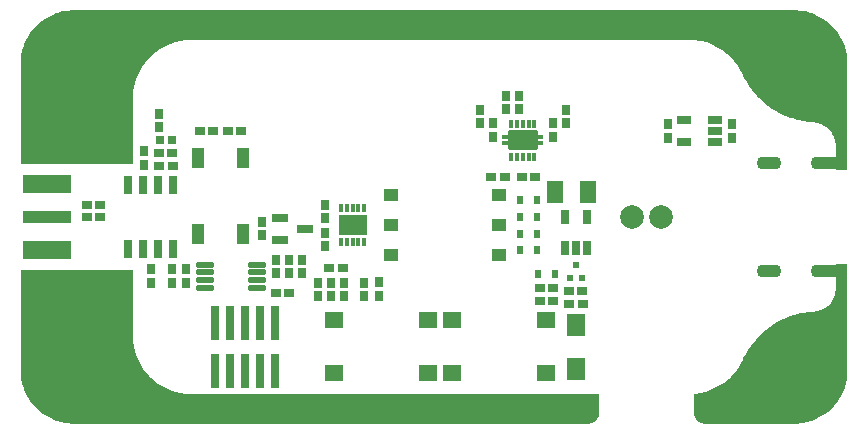
<source format=gbr>
%TF.GenerationSoftware,Altium Limited,Altium Designer,25.2.1 (25)*%
G04 Layer_Color=8388736*
%FSLAX45Y45*%
%MOMM*%
%TF.SameCoordinates,2968D444-F816-4350-AB46-43E4CE3DDFF8*%
%TF.FilePolarity,Negative*%
%TF.FileFunction,Soldermask,Top*%
%TF.Part,Single*%
G01*
G75*
%TA.AperFunction,NonConductor*%
%ADD62R,2.10000X1.00000*%
%TA.AperFunction,SMDPad,CuDef*%
G04:AMPARAMS|DCode=63|XSize=0.74mm|YSize=1.24mm|CornerRadius=0.121mm|HoleSize=0mm|Usage=FLASHONLY|Rotation=270.000|XOffset=0mm|YOffset=0mm|HoleType=Round|Shape=RoundedRectangle|*
%AMROUNDEDRECTD63*
21,1,0.74000,0.99800,0,0,270.0*
21,1,0.49800,1.24000,0,0,270.0*
1,1,0.24200,-0.49900,-0.24900*
1,1,0.24200,-0.49900,0.24900*
1,1,0.24200,0.49900,0.24900*
1,1,0.24200,0.49900,-0.24900*
%
%ADD63ROUNDEDRECTD63*%
%ADD64R,0.70000X0.95000*%
%ADD65R,0.75000X0.90000*%
%ADD66R,0.67000X0.74000*%
%ADD67R,0.90000X0.75000*%
%ADD68R,0.70000X1.55000*%
G04:AMPARAMS|DCode=69|XSize=0.55mm|YSize=1.5mm|CornerRadius=0.1625mm|HoleSize=0mm|Usage=FLASHONLY|Rotation=270.000|XOffset=0mm|YOffset=0mm|HoleType=Round|Shape=RoundedRectangle|*
%AMROUNDEDRECTD69*
21,1,0.55000,1.17500,0,0,270.0*
21,1,0.22500,1.50000,0,0,270.0*
1,1,0.32500,-0.58750,-0.11250*
1,1,0.32500,-0.58750,0.11250*
1,1,0.32500,0.58750,0.11250*
1,1,0.32500,0.58750,-0.11250*
%
%ADD69ROUNDEDRECTD69*%
%ADD70R,1.45000X0.75000*%
G04:AMPARAMS|DCode=71|XSize=0.7mm|YSize=0.35mm|CornerRadius=0.1mm|HoleSize=0mm|Usage=FLASHONLY|Rotation=0.000|XOffset=0mm|YOffset=0mm|HoleType=Round|Shape=RoundedRectangle|*
%AMROUNDEDRECTD71*
21,1,0.70000,0.15000,0,0,0.0*
21,1,0.50000,0.35000,0,0,0.0*
1,1,0.20000,0.25000,-0.07500*
1,1,0.20000,-0.25000,-0.07500*
1,1,0.20000,-0.25000,0.07500*
1,1,0.20000,0.25000,0.07500*
%
%ADD71ROUNDEDRECTD71*%
G04:AMPARAMS|DCode=72|XSize=1.75mm|YSize=2.5mm|CornerRadius=0.1mm|HoleSize=0mm|Usage=FLASHONLY|Rotation=90.000|XOffset=0mm|YOffset=0mm|HoleType=Round|Shape=RoundedRectangle|*
%AMROUNDEDRECTD72*
21,1,1.75000,2.30000,0,0,90.0*
21,1,1.55000,2.50000,0,0,90.0*
1,1,0.20000,1.15000,0.77500*
1,1,0.20000,1.15000,-0.77500*
1,1,0.20000,-1.15000,-0.77500*
1,1,0.20000,-1.15000,0.77500*
%
%ADD72ROUNDEDRECTD72*%
G04:AMPARAMS|DCode=73|XSize=0.7mm|YSize=0.35mm|CornerRadius=0.1mm|HoleSize=0mm|Usage=FLASHONLY|Rotation=90.000|XOffset=0mm|YOffset=0mm|HoleType=Round|Shape=RoundedRectangle|*
%AMROUNDEDRECTD73*
21,1,0.70000,0.15000,0,0,90.0*
21,1,0.50000,0.35000,0,0,90.0*
1,1,0.20000,0.07500,0.25000*
1,1,0.20000,0.07500,-0.25000*
1,1,0.20000,-0.07500,-0.25000*
1,1,0.20000,-0.07500,0.25000*
%
%ADD73ROUNDEDRECTD73*%
%ADD74R,2.48000X1.75000*%
%ADD75R,0.35000X0.80000*%
G04:AMPARAMS|DCode=76|XSize=0.74mm|YSize=1.24mm|CornerRadius=0.121mm|HoleSize=0mm|Usage=FLASHONLY|Rotation=180.000|XOffset=0mm|YOffset=0mm|HoleType=Round|Shape=RoundedRectangle|*
%AMROUNDEDRECTD76*
21,1,0.74000,0.99800,0,0,180.0*
21,1,0.49800,1.24000,0,0,180.0*
1,1,0.24200,-0.24900,0.49900*
1,1,0.24200,0.24900,0.49900*
1,1,0.24200,0.24900,-0.49900*
1,1,0.24200,-0.24900,-0.49900*
%
%ADD76ROUNDEDRECTD76*%
%ADD77R,1.22000X1.06000*%
%ADD78R,1.10000X1.70000*%
%ADD79R,1.65000X1.40000*%
%ADD80R,0.63000X0.63000*%
%TA.AperFunction,ConnectorPad*%
%ADD81R,4.10000X1.10000*%
%ADD82R,4.10000X1.60000*%
%TA.AperFunction,SMDPad,CuDef*%
%ADD83R,0.75000X2.86000*%
%ADD84R,1.60000X1.85000*%
%ADD85R,0.60000X0.70000*%
%ADD86R,0.95000X0.70000*%
%ADD87R,1.40000X1.90000*%
%TA.AperFunction,ComponentPad*%
G04:AMPARAMS|DCode=88|XSize=2.1mm|YSize=1.1mm|CornerRadius=0.55mm|HoleSize=0mm|Usage=FLASHONLY|Rotation=180.000|XOffset=0mm|YOffset=0mm|HoleType=Round|Shape=RoundedRectangle|*
%AMROUNDEDRECTD88*
21,1,2.10000,0.00000,0,0,180.0*
21,1,1.00000,1.10000,0,0,180.0*
1,1,1.10000,-0.50000,0.00000*
1,1,1.10000,0.50000,0.00000*
1,1,1.10000,0.50000,0.00000*
1,1,1.10000,-0.50000,0.00000*
%
%ADD88ROUNDEDRECTD88*%
%ADD89C,2.00000*%
%TA.AperFunction,ViaPad*%
%ADD90C,7.10000*%
G36*
X3050000Y1750000D02*
X3058837D01*
X3076497Y1749306D01*
X3094116Y1747919D01*
X3111667Y1745842D01*
X3129124Y1743077D01*
X3146458Y1739629D01*
X3163643Y1735503D01*
X3180653Y1730706D01*
X3197462Y1725244D01*
X3214043Y1719127D01*
X3230371Y1712364D01*
X3246422Y1704965D01*
X3262169Y1696941D01*
X3277590Y1688305D01*
X3292659Y1679071D01*
X3307354Y1669251D01*
X3321652Y1658863D01*
X3335532Y1647922D01*
X3348971Y1636443D01*
X3361949Y1624446D01*
X3374446Y1611949D01*
X3386443Y1598971D01*
X3397922Y1585532D01*
X3408863Y1571652D01*
X3419251Y1557354D01*
X3429071Y1542659D01*
X3438305Y1527590D01*
X3446941Y1512169D01*
X3454965Y1496422D01*
X3462364Y1480371D01*
X3469127Y1464043D01*
X3475245Y1447462D01*
X3480706Y1430653D01*
X3485503Y1413643D01*
X3489629Y1396457D01*
X3493077Y1379123D01*
X3495842Y1361667D01*
X3497919Y1344116D01*
X3499306Y1326497D01*
X3500000Y1308837D01*
Y1300000D01*
X3500000D01*
Y400000D01*
X3400000D01*
X3400000Y601390D01*
X3399900Y607702D01*
X3399103Y620302D01*
X3397514Y632826D01*
X3395137Y645225D01*
X3391982Y657449D01*
X3388063Y669450D01*
X3383394Y681179D01*
X3377995Y692591D01*
X3371886Y703640D01*
X3365093Y714281D01*
X3357641Y724472D01*
X3349562Y734172D01*
X3340886Y743344D01*
X3331649Y751950D01*
X3321888Y759956D01*
X3311641Y767330D01*
X3300949Y774043D01*
X3289855Y780068D01*
X3278403Y785381D01*
X3266638Y789962D01*
X3254608Y793790D01*
X3242360Y796852D01*
X3229944Y799135D01*
X3217408Y800631D01*
X3211111Y801081D01*
Y801081D01*
X3200574Y801667D01*
X3179544Y803475D01*
X3158578Y805915D01*
X3137696Y808987D01*
X3116915Y812686D01*
X3096255Y817011D01*
X3075736Y821956D01*
X3055374Y827518D01*
X3035190Y833691D01*
X3015200Y840469D01*
X2995425Y847847D01*
X2975880Y855818D01*
X2956585Y864375D01*
X2937556Y873509D01*
X2918812Y883213D01*
X2900369Y893478D01*
X2882243Y904293D01*
X2864452Y915651D01*
X2847011Y927539D01*
X2829936Y939948D01*
X2813244Y952866D01*
X2796948Y966281D01*
X2781065Y980182D01*
X2765607Y994555D01*
X2750590Y1009387D01*
X2736027Y1024666D01*
X2721930Y1040376D01*
X2708314Y1056504D01*
X2695191Y1073036D01*
X2682571Y1089955D01*
X2670468Y1107248D01*
X2658891Y1124897D01*
X2647852Y1142887D01*
X2637360Y1161202D01*
X2627425Y1179825D01*
X2618056Y1198739D01*
X2613658Y1208333D01*
X2609872Y1216403D01*
X2601871Y1232334D01*
X2593307Y1247970D01*
X2584191Y1263291D01*
X2574534Y1278276D01*
X2564350Y1292909D01*
X2553650Y1307168D01*
X2542449Y1321037D01*
X2530761Y1334498D01*
X2518600Y1347534D01*
X2505982Y1360128D01*
X2492923Y1372264D01*
X2479440Y1383927D01*
X2465550Y1395102D01*
X2451270Y1405775D01*
X2436618Y1415932D01*
X2421614Y1425560D01*
X2406277Y1434646D01*
X2390625Y1443181D01*
X2374679Y1451152D01*
X2358458Y1458549D01*
X2341984Y1465364D01*
X2325278Y1471587D01*
X2308361Y1477210D01*
X2291254Y1482227D01*
X2273979Y1486630D01*
X2256558Y1490415D01*
X2239013Y1493577D01*
X2221366Y1496111D01*
X2203641Y1498014D01*
X2185858Y1499285D01*
X2168042Y1499920D01*
X2159129Y1500000D01*
X2159129Y1500000D01*
X-2050000Y1500000D01*
X-2059817Y1499903D01*
X-2079436Y1499132D01*
X-2099009Y1497592D01*
X-2118506Y1495284D01*
X-2137898Y1492213D01*
X-2157155Y1488383D01*
X-2176246Y1483799D01*
X-2195142Y1478470D01*
X-2213815Y1472403D01*
X-2232235Y1465607D01*
X-2250374Y1458094D01*
X-2268205Y1449874D01*
X-2285698Y1440960D01*
X-2302829Y1431367D01*
X-2319569Y1421108D01*
X-2335894Y1410200D01*
X-2351778Y1398660D01*
X-2367197Y1386505D01*
X-2382126Y1373754D01*
X-2396544Y1360427D01*
X-2410427Y1346543D01*
X-2423754Y1332126D01*
X-2436505Y1317197D01*
X-2448660Y1301778D01*
X-2460201Y1285894D01*
X-2471109Y1269569D01*
X-2481367Y1252829D01*
X-2490960Y1235698D01*
X-2499874Y1218204D01*
X-2508094Y1200374D01*
X-2515607Y1182235D01*
X-2522403Y1163815D01*
X-2528470Y1145142D01*
X-2533799Y1126246D01*
X-2538383Y1107155D01*
X-2542213Y1087898D01*
X-2545284Y1068506D01*
X-2547592Y1049009D01*
X-2549133Y1029435D01*
X-2549903Y1009817D01*
X-2550000Y1000000D01*
X-2550000D01*
Y450000D01*
X-3500000D01*
X-3500000Y1300000D01*
Y1308837D01*
X-3499306Y1326497D01*
X-3497919Y1344116D01*
X-3495842Y1361667D01*
X-3493077Y1379123D01*
X-3489629Y1396457D01*
X-3485504Y1413643D01*
X-3480706Y1430653D01*
X-3475245Y1447462D01*
X-3469127Y1464043D01*
X-3462364Y1480371D01*
X-3454965Y1496422D01*
X-3446941Y1512169D01*
X-3438305Y1527590D01*
X-3429071Y1542659D01*
X-3419252Y1557354D01*
X-3408863Y1571652D01*
X-3397922Y1585532D01*
X-3386444Y1598971D01*
X-3374447Y1611949D01*
X-3361950Y1624446D01*
X-3348971Y1636443D01*
X-3335532Y1647922D01*
X-3321652Y1658863D01*
X-3307354Y1669251D01*
X-3292659Y1679071D01*
X-3277590Y1688305D01*
X-3262169Y1696941D01*
X-3246422Y1704965D01*
X-3230372Y1712364D01*
X-3214043Y1719127D01*
X-3197462Y1725244D01*
X-3180653Y1730706D01*
X-3163643Y1735503D01*
X-3146458Y1739629D01*
X-3129124Y1743077D01*
X-3111668Y1745842D01*
X-3094116Y1747919D01*
X-3076497Y1749306D01*
X-3058837Y1750000D01*
X-3050000D01*
Y1750000D01*
X3050000Y1750000D01*
D02*
G37*
G36*
X3500000Y-1300000D02*
Y-1308837D01*
X3499306Y-1326497D01*
X3497919Y-1344116D01*
X3495842Y-1361668D01*
X3493077Y-1379124D01*
X3489629Y-1396458D01*
X3485504Y-1413643D01*
X3480706Y-1430653D01*
X3475245Y-1447462D01*
X3469127Y-1464044D01*
X3462364Y-1480372D01*
X3454965Y-1496422D01*
X3446941Y-1512169D01*
X3438305Y-1527590D01*
X3429071Y-1542659D01*
X3419252Y-1557354D01*
X3408863Y-1571653D01*
X3397922Y-1585532D01*
X3386444Y-1598971D01*
X3374447Y-1611950D01*
X3361949Y-1624447D01*
X3348971Y-1636444D01*
X3335532Y-1647922D01*
X3321652Y-1658864D01*
X3307354Y-1669252D01*
X3292659Y-1679071D01*
X3277590Y-1688305D01*
X3262169Y-1696941D01*
X3246422Y-1704965D01*
X3230372Y-1712364D01*
X3214043Y-1719128D01*
X3197462Y-1725245D01*
X3180653Y-1730706D01*
X3163643Y-1735504D01*
X3146458Y-1739629D01*
X3129124Y-1743078D01*
X3111667Y-1745842D01*
X3094116Y-1747920D01*
X3076497Y-1749306D01*
X3058837Y-1750000D01*
X2296071D01*
X2288237Y-1749384D01*
X2280476Y-1748154D01*
X2272835Y-1746320D01*
X2265361Y-1743892D01*
X2258102Y-1740885D01*
X2251100Y-1737317D01*
X2244400Y-1733211D01*
X2238043Y-1728592D01*
X2232067Y-1723489D01*
X2226511Y-1717933D01*
X2221408Y-1711957D01*
X2216789Y-1705600D01*
X2212683Y-1698900D01*
X2209115Y-1691898D01*
X2206108Y-1684638D01*
X2203680Y-1677165D01*
X2201845Y-1669524D01*
X2200616Y-1661763D01*
X2200000Y-1653929D01*
Y-1650000D01*
Y-1498327D01*
X2209417Y-1497465D01*
X2228195Y-1495207D01*
X2246874Y-1492241D01*
X2265427Y-1488570D01*
X2283828Y-1484200D01*
X2302051Y-1479138D01*
X2320070Y-1473390D01*
X2337858Y-1466965D01*
X2355390Y-1459871D01*
X2372641Y-1452120D01*
X2389588Y-1443722D01*
X2406204Y-1434689D01*
X2422467Y-1425033D01*
X2438353Y-1414770D01*
X2453839Y-1403913D01*
X2468904Y-1392479D01*
X2483525Y-1380483D01*
X2497683Y-1367942D01*
X2511356Y-1354875D01*
X2524525Y-1341300D01*
X2537171Y-1327237D01*
X2549276Y-1312706D01*
X2560823Y-1297727D01*
X2571796Y-1282322D01*
X2582178Y-1266514D01*
X2591954Y-1250324D01*
X2601112Y-1233775D01*
X2609637Y-1216893D01*
X2613658Y-1208333D01*
X2618056Y-1198740D01*
X2627425Y-1179826D01*
X2637360Y-1161203D01*
X2647852Y-1142888D01*
X2658891Y-1124897D01*
X2670468Y-1107248D01*
X2682571Y-1089956D01*
X2695191Y-1073036D01*
X2708314Y-1056505D01*
X2721930Y-1040376D01*
X2736026Y-1024666D01*
X2750590Y-1009387D01*
X2765607Y-994555D01*
X2781064Y-980182D01*
X2796948Y-966282D01*
X2813244Y-952866D01*
X2829936Y-939948D01*
X2847011Y-927539D01*
X2864452Y-915651D01*
X2882243Y-904294D01*
X2900369Y-893478D01*
X2918812Y-883213D01*
X2937556Y-873509D01*
X2956585Y-864375D01*
X2975880Y-855818D01*
X2995425Y-847848D01*
X3015200Y-840469D01*
X3035190Y-833691D01*
X3055374Y-827518D01*
X3075736Y-821956D01*
X3096255Y-817011D01*
X3116915Y-812687D01*
X3137696Y-808987D01*
X3158578Y-805915D01*
X3179544Y-803475D01*
X3200574Y-801667D01*
X3211111Y-801081D01*
X3217408Y-800631D01*
X3229944Y-799136D01*
X3242360Y-796852D01*
X3254608Y-793790D01*
X3266638Y-789962D01*
X3278403Y-785382D01*
X3289855Y-780069D01*
X3300949Y-774043D01*
X3311641Y-767330D01*
X3321888Y-759956D01*
X3331650Y-751950D01*
X3340886Y-743344D01*
X3349562Y-734173D01*
X3357641Y-724472D01*
X3365093Y-714281D01*
X3371886Y-703640D01*
X3377995Y-692591D01*
X3383395Y-681179D01*
X3388063Y-669450D01*
X3391983Y-657449D01*
X3395137Y-645225D01*
X3397514Y-632826D01*
X3399104Y-620302D01*
X3399900Y-607702D01*
X3400000Y-601390D01*
Y-400000D01*
X3500000D01*
Y-1300000D01*
D02*
G37*
G36*
X-2550000Y-1000000D02*
X-2549904Y-1009817D01*
X-2549133Y-1029436D01*
X-2547593Y-1049009D01*
X-2545285Y-1068506D01*
X-2542213Y-1087898D01*
X-2538383Y-1107155D01*
X-2533800Y-1126246D01*
X-2528470Y-1145142D01*
X-2522403Y-1163815D01*
X-2515608Y-1182235D01*
X-2508094Y-1200375D01*
X-2499874Y-1218205D01*
X-2490961Y-1235699D01*
X-2481367Y-1252829D01*
X-2471109Y-1269569D01*
X-2460201Y-1285894D01*
X-2448660Y-1301778D01*
X-2436505Y-1317197D01*
X-2423754Y-1332126D01*
X-2410427Y-1346544D01*
X-2396544Y-1360427D01*
X-2382126Y-1373754D01*
X-2367197Y-1386505D01*
X-2351778Y-1398660D01*
X-2335894Y-1410201D01*
X-2319569Y-1421109D01*
X-2302829Y-1431367D01*
X-2285699Y-1440961D01*
X-2268205Y-1449874D01*
X-2250374Y-1458094D01*
X-2232235Y-1465608D01*
X-2213815Y-1472403D01*
X-2195142Y-1478470D01*
X-2176246Y-1483800D01*
X-2157155Y-1488383D01*
X-2137898Y-1492213D01*
X-2118506Y-1495285D01*
X-2099009Y-1497593D01*
X-2079436Y-1499133D01*
X-2059817Y-1499904D01*
X-2050000Y-1500000D01*
X1400000D01*
Y-1650000D01*
Y-1653929D01*
X1399383Y-1661763D01*
X1398154Y-1669524D01*
X1396320Y-1677165D01*
X1393891Y-1684638D01*
X1390884Y-1691898D01*
X1387317Y-1698900D01*
X1383211Y-1705600D01*
X1378592Y-1711957D01*
X1373489Y-1717933D01*
X1367932Y-1723489D01*
X1361957Y-1728592D01*
X1355600Y-1733211D01*
X1348900Y-1737317D01*
X1341898Y-1740885D01*
X1334638Y-1743892D01*
X1327165Y-1746320D01*
X1319524Y-1748154D01*
X1311763Y-1749384D01*
X1303929Y-1750000D01*
X-3058837D01*
X-3076497Y-1749306D01*
X-3094116Y-1747920D01*
X-3111668Y-1745842D01*
X-3129124Y-1743078D01*
X-3146458Y-1739629D01*
X-3163643Y-1735504D01*
X-3180654Y-1730706D01*
X-3197462Y-1725245D01*
X-3214044Y-1719128D01*
X-3230372Y-1712364D01*
X-3246422Y-1704965D01*
X-3262169Y-1696941D01*
X-3277590Y-1688305D01*
X-3292659Y-1679071D01*
X-3307354Y-1669252D01*
X-3321653Y-1658864D01*
X-3335532Y-1647922D01*
X-3348971Y-1636444D01*
X-3361950Y-1624447D01*
X-3374447Y-1611950D01*
X-3386444Y-1598971D01*
X-3397922Y-1585532D01*
X-3408864Y-1571653D01*
X-3419252Y-1557354D01*
X-3429071Y-1542659D01*
X-3438306Y-1527590D01*
X-3446941Y-1512169D01*
X-3454965Y-1496422D01*
X-3462364Y-1480372D01*
X-3469128Y-1464044D01*
X-3475245Y-1447462D01*
X-3480707Y-1430653D01*
X-3485504Y-1413643D01*
X-3489630Y-1396458D01*
X-3493078Y-1379124D01*
X-3495842Y-1361668D01*
X-3497920Y-1344116D01*
X-3499306Y-1326497D01*
X-3500000Y-1308837D01*
Y-1300000D01*
Y-450000D01*
X-2550000D01*
Y-1000000D01*
D02*
G37*
D62*
X3395000Y-461000D02*
D03*
Y461000D02*
D03*
D63*
X2120000Y635000D02*
D03*
Y825000D02*
D03*
X2380000D02*
D03*
Y730000D02*
D03*
Y635000D02*
D03*
D64*
X1980000Y787500D02*
D03*
Y672500D02*
D03*
X2520000Y787500D02*
D03*
Y672500D02*
D03*
X-470000Y-667500D02*
D03*
Y-552500D02*
D03*
X-2220000Y-442500D02*
D03*
Y-557500D02*
D03*
X-2400000D02*
D03*
Y-442500D02*
D03*
X-2460000Y442500D02*
D03*
Y557500D02*
D03*
X-1340000Y-477500D02*
D03*
Y-362500D02*
D03*
X-2100000Y-557500D02*
D03*
Y-442500D02*
D03*
X1005000Y677501D02*
D03*
Y792501D02*
D03*
X-1120000Y-362500D02*
D03*
Y-477500D02*
D03*
X495000Y792501D02*
D03*
Y677501D02*
D03*
D65*
X-590000Y-555000D02*
D03*
Y-665000D02*
D03*
X-2330000Y875000D02*
D03*
Y765000D02*
D03*
X-980000Y-665000D02*
D03*
Y-555000D02*
D03*
X-1230000Y-475000D02*
D03*
Y-365000D02*
D03*
X-870000Y-555000D02*
D03*
Y-665000D02*
D03*
X-760000Y-555000D02*
D03*
Y-665000D02*
D03*
X1115000Y905000D02*
D03*
Y795000D02*
D03*
X720000Y915000D02*
D03*
Y1025000D02*
D03*
X610000Y915000D02*
D03*
Y1025000D02*
D03*
X-1460000Y-155000D02*
D03*
Y-45000D02*
D03*
X385000Y795000D02*
D03*
Y905000D02*
D03*
X-920000Y-245000D02*
D03*
Y-135000D02*
D03*
Y105000D02*
D03*
Y-5000D02*
D03*
D66*
X-2319000Y650000D02*
D03*
X-2221000Y650000D02*
D03*
D67*
X-1985000Y730000D02*
D03*
X-1875000Y730000D02*
D03*
X-1745000Y730000D02*
D03*
X-1635000Y730000D02*
D03*
X-2325000Y540000D02*
D03*
X-2215000D02*
D03*
X-2825000Y100000D02*
D03*
X-2935000D02*
D03*
X-2825000Y0D02*
D03*
X-2935000D02*
D03*
X-1335000Y-640000D02*
D03*
X-1225000D02*
D03*
X895000Y-710000D02*
D03*
X1005000D02*
D03*
X1005000Y-600000D02*
D03*
X895000D02*
D03*
X1255000Y-630000D02*
D03*
X1145000D02*
D03*
D68*
X-2590500Y-272500D02*
D03*
X-2463500D02*
D03*
X-2336500D02*
D03*
X-2209500D02*
D03*
X-2590500Y272500D02*
D03*
X-2463500D02*
D03*
X-2336500D02*
D03*
X-2209500D02*
D03*
D69*
X-1940000Y-402500D02*
D03*
Y-467500D02*
D03*
Y-532500D02*
D03*
Y-597500D02*
D03*
X-1500000Y-402500D02*
D03*
Y-467500D02*
D03*
Y-532500D02*
D03*
Y-597500D02*
D03*
D70*
X-1307500Y-5000D02*
D03*
Y-195000D02*
D03*
X-1092500Y-100000D02*
D03*
D71*
X890000Y625000D02*
D03*
X610000D02*
D03*
X890000Y675000D02*
D03*
X610000D02*
D03*
D72*
X750000Y650000D02*
D03*
D73*
X650000Y790000D02*
D03*
X700000D02*
D03*
X750000D02*
D03*
X800000D02*
D03*
X850000D02*
D03*
Y510000D02*
D03*
X800000D02*
D03*
X750000D02*
D03*
X700000D02*
D03*
X650000D02*
D03*
D74*
X-690000Y-70000D02*
D03*
D75*
X-590000Y-212500D02*
D03*
X-640000D02*
D03*
X-690000D02*
D03*
X-740000D02*
D03*
X-790000D02*
D03*
Y72500D02*
D03*
X-740000D02*
D03*
X-690000D02*
D03*
X-640000D02*
D03*
X-590000D02*
D03*
D76*
X1105000Y-260000D02*
D03*
X1200000D02*
D03*
X1295000D02*
D03*
Y0D02*
D03*
X1105000D02*
D03*
D77*
X547000Y184000D02*
D03*
Y-70000D02*
D03*
Y-324000D02*
D03*
X-367000D02*
D03*
Y-70000D02*
D03*
Y184000D02*
D03*
D78*
X-2000000Y500000D02*
D03*
X-1620000D02*
D03*
Y-140000D02*
D03*
X-2000000D02*
D03*
D79*
X-52500Y-875000D02*
D03*
Y-1325000D02*
D03*
X-847500D02*
D03*
Y-875000D02*
D03*
X947501D02*
D03*
Y-1325000D02*
D03*
X152500D02*
D03*
Y-875000D02*
D03*
D80*
X1200000Y-405000D02*
D03*
X1250000Y-515000D02*
D03*
X1150000D02*
D03*
D81*
X-3275000Y0D02*
D03*
D82*
Y277000D02*
D03*
Y-277000D02*
D03*
D83*
X-1346000Y-898000D02*
D03*
Y-1302000D02*
D03*
X-1473000Y-898000D02*
D03*
Y-1302000D02*
D03*
X-1600000Y-898000D02*
D03*
Y-1302000D02*
D03*
X-1727000Y-898000D02*
D03*
Y-1302000D02*
D03*
X-1854000Y-898000D02*
D03*
Y-1302000D02*
D03*
D84*
X1200001Y-912500D02*
D03*
Y-1287500D02*
D03*
D85*
X870000Y0D02*
D03*
X730000D02*
D03*
X870000Y140000D02*
D03*
X730000D02*
D03*
X730000Y-140000D02*
D03*
X870000D02*
D03*
X730000Y-280000D02*
D03*
X870000D02*
D03*
X1020000Y-480000D02*
D03*
X880000D02*
D03*
D86*
X-2327500Y430000D02*
D03*
X-2212500D02*
D03*
X-772500Y-430000D02*
D03*
X-887500D02*
D03*
X857500Y340000D02*
D03*
X742500D02*
D03*
X597500D02*
D03*
X482500D02*
D03*
X1257500Y-740000D02*
D03*
X1142500D02*
D03*
D87*
X1300000Y210000D02*
D03*
X1020000D02*
D03*
D88*
X3290000Y461000D02*
D03*
X2840000D02*
D03*
Y-461000D02*
D03*
X3290000D02*
D03*
D89*
X1925000Y-0D02*
D03*
X1675000D02*
D03*
D90*
X3050000Y1300000D02*
D03*
Y-1300000D02*
D03*
X-3050000D02*
D03*
Y1300000D02*
D03*
%TF.MD5,4f1b88336415b4191cbf9e4520fce8d4*%
M02*

</source>
